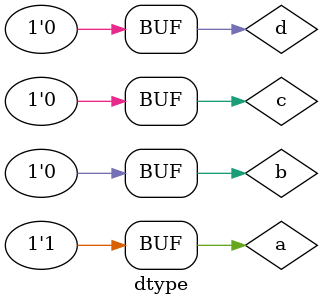
<source format=sv>
module dtype;

reg a;
logic b, c, d;

//assign a = c;
assign b = c;  // logic assigned continuously
and (d,b,a);   // logic driven by prim. output

initial 
  begin
    $monitor ("d: %b,c: %b, a: %b, b: %b", d,c,a,b);
    c = 0;     // logic assigned procedurally
    a = 1;
    #1 c = 1;
    #1 c = 2;
    #1 c = 0;
  end



endmodule

</source>
